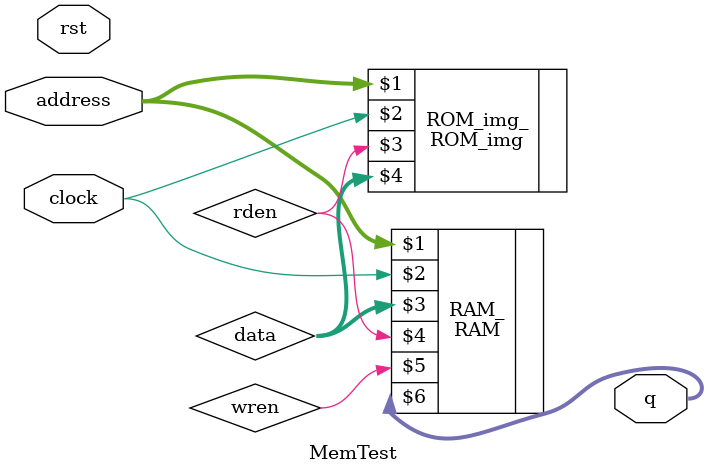
<source format=sv>
module MemTest #(parameter bus = 7)(
	input logic clock,
	input logic rst,

	input logic	[11:0] address,
	output logic [bus-1:0] q
	);


reg	[7:0]  data;
reg	  rden;
reg	  wren;

ROM_img	ROM_img_ (address, clock, rden, data);

RAM RAM_ (address, clock, data, rden, wren, q);

endmodule  

</source>
